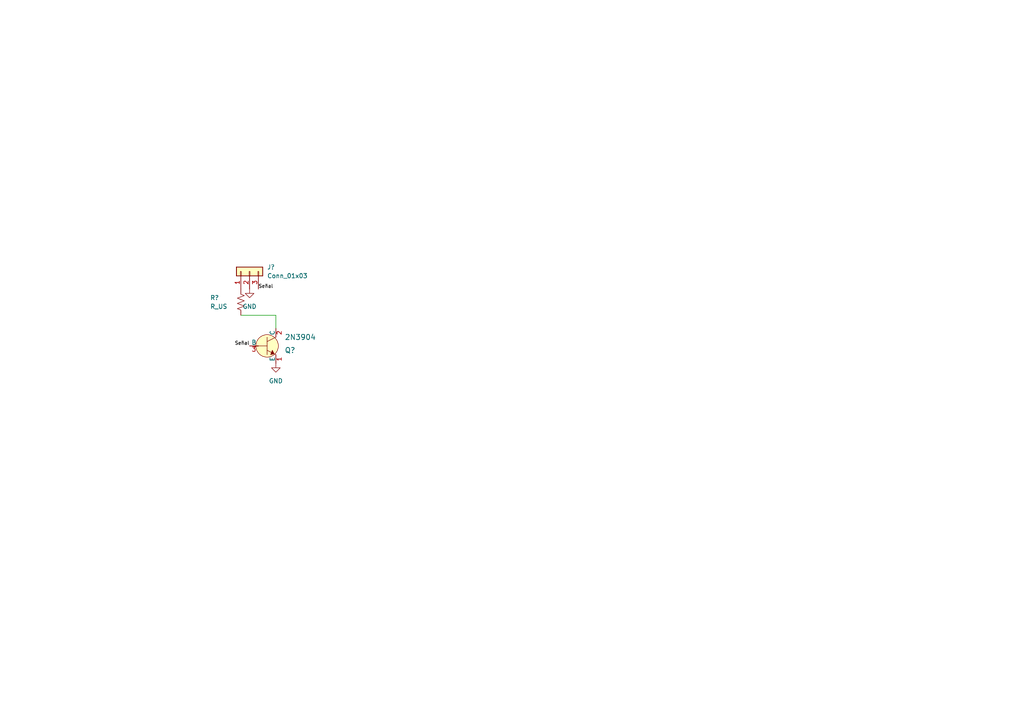
<source format=kicad_sch>
(kicad_sch (version 20211123) (generator eeschema)
  (paper "A4")
  (lib_symbols
    (symbol "Connector_Generic:Conn_01x03" (pin_names (offset 1.016) hide)
      (property "Reference" "J" (at 0 5.08 0))
      (property "Value" "Conn_01x03" (at 0 -5.08 0))
      (symbol "Conn_01x03_1_1"
        (rectangle (start -1.27 -2.413) (end 0 -2.667) (stroke (width 0.1524)))
        (rectangle (start -1.27 0.127) (end 0 -0.127) (stroke (width 0.1524)))
        (rectangle (start -1.27 2.667) (end 0 2.413) (stroke (width 0.1524)))
        (rectangle (start -1.27 3.81) (end 1.27 -3.81) (stroke (width 0.254)) (fill (type background)))
        (pin passive line (at -5.08 2.54 0) (length 3.81) (name "Pin_1") (number "1"))
        (pin passive line (at -5.08 0 0) (length 3.81) (name "Pin_2") (number "2"))
        (pin passive line (at -5.08 -2.54 0) (length 3.81) (name "Pin_3") (number "3"))
      )
    )
    (symbol "Device:R_US" (pin_numbers hide) (pin_names (offset 0))
      (property "Reference" "R" (at 2.54 0 90))
      (property "Value" "R_US" (at -2.54 0 90))
      (symbol "R_US_0_1"
        (polyline (pts (xy 0 -2.286) (xy 0 -2.54)))
        (polyline (pts (xy 0 2.286) (xy 0 2.54)))
        (polyline (pts (xy 0 -0.762) (xy 1.016 -1.143) (xy 0 -1.524) (xy -1.016 -1.905) (xy 0 -2.286)))
        (polyline (pts (xy 0 0.762) (xy 1.016 0.381) (xy 0 0) (xy -1.016 -0.381) (xy 0 -0.762)))
        (polyline (pts (xy 0 2.286) (xy 1.016 1.905) (xy 0 1.524) (xy -1.016 1.143) (xy 0 0.762)))
      )
      (symbol "R_US_1_1"
        (pin passive line (at 0 3.81 270) (length 1.27) (name "~") (number "1"))
        (pin passive line (at 0 -3.81 90) (length 1.27) (name "~") (number "2"))
      )
    )
    (symbol "dk_Transistors-Bipolar-BJT-Single:2N3904" (pin_names (offset 0))
      (property "Reference" "Q" (at -3.2004 4.2164 0))
      (property "Value" "2N3904" (at 5.2324 0 90))
      (symbol "2N3904_0_1"
        (polyline (pts (xy -3.81 0) (xy -2.54 0)))
        (polyline (pts (xy -3.556 0) (xy 0 0)))
        (polyline (pts (xy 0 -1.27) (xy 2.54 -2.54)))
        (polyline (pts (xy 0 1.27) (xy 2.54 2.54)))
        (polyline (pts (xy 0 2.54) (xy 0 -2.54)))
        (polyline (pts (xy 1.524 -1.27) (xy 2.032 -2.286) (xy 1.016 -2.54) (xy 1.524 -1.27)) (fill (type outline)))
        (circle (center 0 0) (radius 3.2512) (fill (type background)))
      )
      (symbol "2N3904_1_1"
        (pin passive line (at 2.54 -5.08 90) (length 2.54) (name "E") (number "1"))
        (pin passive line (at 2.54 5.08 270) (length 2.54) (name "C") (number "2"))
        (pin input line (at -5.08 0 0) (length 2.54) (name "B") (number "3"))
      )
    )
    (symbol "power:GND" (power) (pin_names (offset 0))
      (property "Value" "GND" (at 0 -3.81 0))
      (symbol "GND_0_1"
        (polyline (pts (xy 0 0) (xy 0 -1.27) (xy 1.27 -1.27) (xy 0 -2.54) (xy -1.27 -1.27) (xy 0 -1.27)))
      )
      (symbol "GND_1_1"
        (pin power_in line (at 0 0 270) (length 0) hide (name "GND") (number "1"))
      )
    )
  )
  (wire (pts (xy 69.85 91.44) (xy 80.01 91.44)))
  (wire (pts (xy 80.01 91.44) (xy 80.01 95.25)))
  (label "Señal" (at 72.39 100.33 180) (effects (font (size 1 1))))
  (label "Señal" (at 74.93 83.82 0) (effects (font (size 1 1))))
  (symbol (lib_id "Device:R_US") (at 69.85 87.63 0) (unit 1)
    (property "Reference" "R?" (at 60.96 86.36 0) (effects (justify left)))
    (property "Value" "R_US" (at 60.96 88.9 0) (effects (justify left)))
  )
  (symbol (lib_id "power:GND") (at 80.01 105.41 0) (unit 1)
    (property "Reference" "#PWR?" (effects hide))
    (property "Value" "GND" (at 80.01 110.49 0))
  )
  (symbol (lib_id "dk_Transistors-Bipolar-BJT-Single:2N3904") (at 77.47 100.33 0) (unit 1)
    (property "Reference" "Q?" (at 82.55 101.6 0) (effects (font (size 1.524 1.524)) (justify left)))
    (property "Value" "2N3904" (at 82.55 97.79 0) (effects (font (size 1.524 1.524)) (justify left)))
    (property "Footprint" "digikey-footprints:TO-92-3" (effects hide))
    (property "Datasheet" "https://my.centralsemi.com/get_document.php?cmp=1&mergetype=pd&mergepath=pd&pdf_id=LSSGP072.PDF" (effects hide))
    (property "Digi-Key_PN" "2N3904CS-ND" (effects hide))
    (property "MPN" "2N3904" (effects hide))
    (property "Category" "Discrete Semiconductor Products" (effects hide))
    (property "Family" "Transistors - Bipolar (BJT) - Single" (effects hide))
    (property "DK_Datasheet_Link" "https://my.centralsemi.com/get_document.php?cmp=1&mergetype=pd&mergepath=pd&pdf_id=LSSGP072.PDF" (effects hide))
    (property "DK_Detail_Page" "/product-detail/en/central-semiconductor-corp/2N3904/2N3904CS-ND/4806876" (effects hide))
    (property "Description" "TRANS NPN 40V TO-92" (effects hide))
    (property "Manufacturer" "Central Semiconductor Corp" (effects hide))
    (property "Status" "Active" (effects hide))
  )
  (symbol (lib_id "power:GND") (at 72.39 83.82 0) (unit 1)
    (property "Reference" "#PWR?" (effects hide))
    (property "Value" "GND" (at 72.39 88.9 0))
  )
  (symbol (lib_id "Connector_Generic:Conn_01x03") (at 72.39 78.74 90) (unit 1)
    (property "Reference" "J?" (at 77.47 77.4699 90) (effects (justify right)))
    (property "Value" "Conn_01x03" (at 77.47 80.0099 90) (effects (justify right)))
  )
)
</source>
